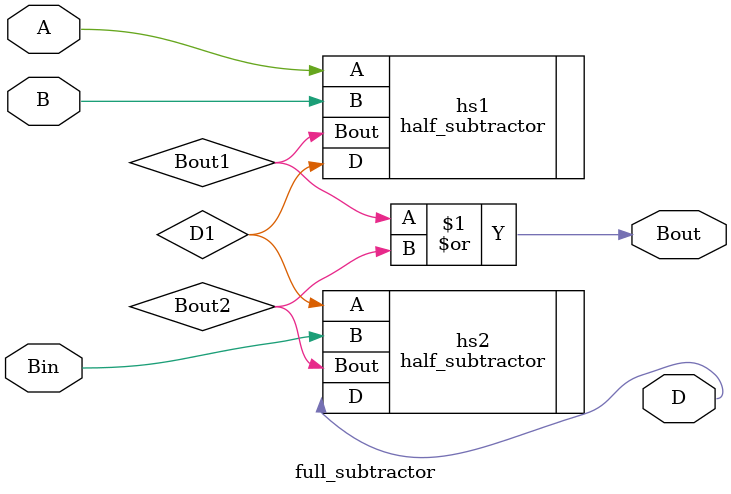
<source format=v>
`timescale 1ns / 1ps

module full_subtractor(
    input wire A,
    input wire B,
    input wire Bin,
    output wire D,
    output wire Bout 
    );
    
    wire D1, Bout1, Bout2;
    
    // first halr_subtractor
    half_subtractor hs1(
        .A(A),
        .B(B),
        .D(D1),
        .Bout(Bout1)
    );
    
    // second half_subtractor
    half_subtractor hs2(
        .A(D1),
        .B(Bin),
        .D(D),
        .Bout(Bout2)
    );
    
    assign Bout = Bout1 | Bout2;
    
    
endmodule

</source>
